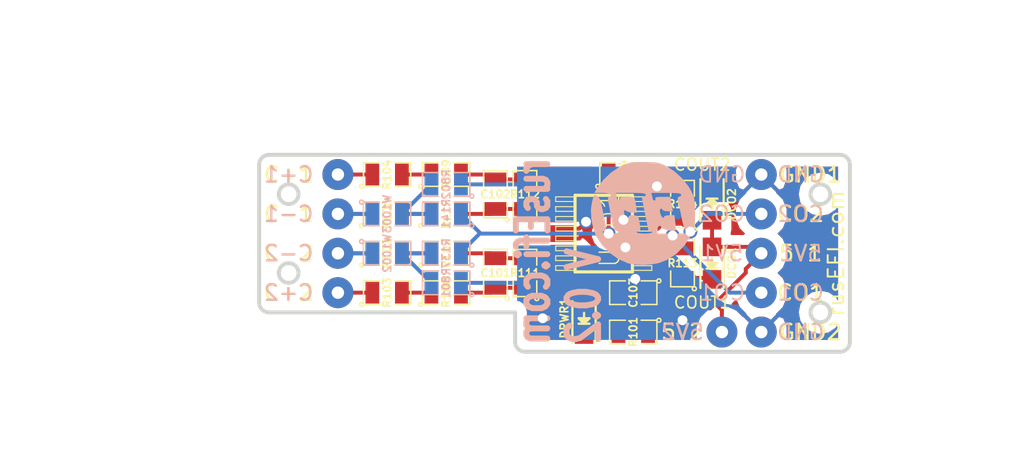
<source format=kicad_pcb>
(kicad_pcb (version 20221018) (generator pcbnew)
  (title_block (title "VR board") (date "2018-12-15") (rev "R0.2") (company "rusEFI by DAECU"))
  (layers (0 "F.Cu" signal) (31 "B.Cu" signal) (34 "B.Paste" user) (35 "F.Paste" user) (36 "B.SilkS" user "B.Silkscreen") (37 "F.SilkS" user "F.Silkscreen") (38 "B.Mask" user) (39 "F.Mask" user) (44 "Edge.Cuts" user))
  (net 0 "")
  (net 1 "/5V")
  (net 2 "/CAM+")
  (net 3 "/CAM-")
  (net 4 "/CRK2+")
  (net 5 "/CRK2-")
  (net 6 "GND")
  (net 7 "Net-(C101-Pad1)")
  (net 8 "Net-(C101-Pad2)")
  (net 9 "Net-(C102-Pad1)")
  (net 10 "Net-(C102-Pad2)")
  (net 11 "Net-(R102-Pad2)")
  (net 12 "Net-(R103-Pad2)")
  (net 13 "Net-(R104-Pad2)")
  (net 14 "Net-(R106-Pad2)")
  (net 15 "Net-(R137-Pad2)")
  (net 16 "Net-(R141-Pad2)")
  (net 17 "/Cout2")
  (net 18 "/Cout1")
  (net 19 "Net-(DCO1-Pad1)")
  (net 20 "Net-(DCO2-Pad1)")
  (net 21 "Net-(DPWR1-Pad1)")
  (footprint "SM0805" (layer "F.Cu") (at 203.2 125.73 90)
    (fp_text reference "C101" (at 0 0 180) (layer "F.SilkS") (effects (font (size 0.50038 0.50038) (thickness 0.10922))))
    (fp_text value "1000pF" hide)
    (pad "1" smd rect (at -0.9525 0 90) (size 0.889 1.397) (layers "F.Cu" "F.Paste" "F.Mask") (net 7 "Net-(C101-Pad1)"))
    (pad "2" smd rect (at 0.9525 0 90) (size 0.889 1.397) (layers "F.Cu" "F.Paste" "F.Mask") (net 8 "Net-(C101-Pad2)"))
  )
  (footprint "SM0805" (layer "F.Cu") (at 203.2 120.65 90)
    (fp_text reference "C102" (at 0 0 180) (layer "F.SilkS") (effects (font (size 0.50038 0.50038) (thickness 0.10922))))
    (fp_text value "1000pF" hide)
    (pad "1" smd rect (at -0.9525 0 90) (size 0.889 1.397) (layers "F.Cu" "F.Paste" "F.Mask") (net 9 "Net-(C102-Pad1)"))
    (pad "2" smd rect (at 0.9525 0 90) (size 0.889 1.397) (layers "F.Cu" "F.Paste" "F.Mask") (net 10 "Net-(C102-Pad2)"))
  )
  (footprint "SM0805" (layer "F.Cu") (at 212.09 127 180)
    (fp_text reference "C103" (at 0 0 270) (layer "F.SilkS") (effects (font (size 0.50038 0.50038) (thickness 0.10922))))
    (fp_text value "10uF" hide)
    (pad "1" smd rect (at -0.9525 0 180) (size 0.889 1.397) (layers "F.Cu" "F.Paste" "F.Mask") (net 6 "GND"))
    (pad "2" smd rect (at 0.9525 0 180) (size 0.889 1.397) (layers "F.Cu" "F.Paste" "F.Mask") (net 1 "/5V"))
  )
  (footprint "SM0805" (layer "F.Cu") (at 211.455 119.38)
    (fp_text reference "C104" (at 0 0 90) (layer "F.SilkS") (effects (font (size 0.50038 0.50038) (thickness 0.10922))))
    (fp_text value "0.1uF" hide)
    (pad "1" smd rect (at -0.9525 0) (size 0.889 1.397) (layers "F.Cu" "F.Paste" "F.Mask") (net 1 "/5V"))
    (pad "2" smd rect (at 0.9525 0) (size 0.889 1.397) (layers "F.Cu" "F.Paste" "F.Mask") (net 6 "GND"))
  )
  (footprint "SM0805" (layer "F.Cu") (at 196.215 127)
    (fp_text reference "R103" (at 0 0 90) (layer "F.SilkS") (effects (font (size 0.50038 0.50038) (thickness 0.10922))))
    (fp_text value "5k" hide)
    (pad "1" smd rect (at -0.9525 0) (size 0.889 1.397) (layers "F.Cu" "F.Paste" "F.Mask") (net 4 "/CRK2+"))
    (pad "2" smd rect (at 0.9525 0) (size 0.889 1.397) (layers "F.Cu" "F.Paste" "F.Mask") (net 12 "Net-(R103-Pad2)"))
  )
  (footprint "SM0805" (layer "F.Cu") (at 196.215 119.38)
    (fp_text reference "R104" (at 0 0 90) (layer "F.SilkS") (effects (font (size 0.50038 0.50038) (thickness 0.10922))))
    (fp_text value "5k" hide)
    (pad "1" smd rect (at -0.9525 0) (size 0.889 1.397) (layers "F.Cu" "F.Paste" "F.Mask") (net 2 "/CAM+"))
    (pad "2" smd rect (at 0.9525 0) (size 0.889 1.397) (layers "F.Cu" "F.Paste" "F.Mask") (net 13 "Net-(R104-Pad2)"))
  )
  (footprint "SM0805" (layer "F.Cu") (at 196.215 121.92)
    (fp_text reference "R106" (at 0 0 90) (layer "F.SilkS") (effects (font (size 0.50038 0.50038) (thickness 0.10922))))
    (fp_text value "5k" hide)
    (pad "1" smd rect (at -0.9525 0) (size 0.889 1.397) (layers "F.Cu" "F.Paste" "F.Mask") (net 3 "/CAM-"))
    (pad "2" smd rect (at 0.9525 0) (size 0.889 1.397) (layers "F.Cu" "F.Paste" "F.Mask") (net 14 "Net-(R106-Pad2)"))
  )
  (footprint "SM0805" (layer "F.Cu") (at 200.025 124.46)
    (fp_text reference "R107" (at 0 0 90) (layer "F.SilkS") (effects (font (size 0.50038 0.50038) (thickness 0.10922))))
    (fp_text value "5k" hide)
    (pad "1" smd rect (at -0.9525 0) (size 0.889 1.397) (layers "F.Cu" "F.Paste" "F.Mask") (net 11 "Net-(R102-Pad2)"))
    (pad "2" smd rect (at 0.9525 0) (size 0.889 1.397) (layers "F.Cu" "F.Paste" "F.Mask") (net 8 "Net-(C101-Pad2)"))
  )
  (footprint "SM0805" (layer "F.Cu") (at 200.025 127)
    (fp_text reference "R108" (at 0 0 90) (layer "F.SilkS") (effects (font (size 0.50038 0.50038) (thickness 0.10922))))
    (fp_text value "5k" hide)
    (pad "1" smd rect (at -0.9525 0) (size 0.889 1.397) (layers "F.Cu" "F.Paste" "F.Mask") (net 12 "Net-(R103-Pad2)"))
    (pad "2" smd rect (at 0.9525 0) (size 0.889 1.397) (layers "F.Cu" "F.Paste" "F.Mask") (net 7 "Net-(C101-Pad1)"))
  )
  (footprint "SM0805" (layer "F.Cu") (at 200.025 119.38)
    (fp_text reference "R109" (at 0 0 90) (layer "F.SilkS") (effects (font (size 0.50038 0.50038) (thickness 0.10922))))
    (fp_text value "5k" hide)
    (pad "1" smd rect (at -0.9525 0) (size 0.889 1.397) (layers "F.Cu" "F.Paste" "F.Mask") (net 13 "Net-(R104-Pad2)"))
    (pad "2" smd rect (at 0.9525 0) (size 0.889 1.397) (layers "F.Cu" "F.Paste" "F.Mask") (net 10 "Net-(C102-Pad2)"))
  )
  (footprint "SM0805" (layer "F.Cu") (at 200.025 121.92)
    (fp_text reference "R110" (at 0 0 90) (layer "F.SilkS") (effects (font (size 0.50038 0.50038) (thickness 0.10922))))
    (fp_text value "5k" hide)
    (pad "1" smd rect (at -0.9525 0) (size 0.889 1.397) (layers "F.Cu" "F.Paste" "F.Mask") (net 14 "Net-(R106-Pad2)"))
    (pad "2" smd rect (at 0.9525 0) (size 0.889 1.397) (layers "F.Cu" "F.Paste" "F.Mask") (net 9 "Net-(C102-Pad1)"))
  )
  (footprint "SM0805" (layer "F.Cu") (at 205.105 120.65 90)
    (fp_text reference "R112" (at 0 0 180) (layer "F.SilkS") (effects (font (size 0.50038 0.50038) (thickness 0.10922))))
    (fp_text value "5k" hide)
    (pad "1" smd rect (at -0.9525 0 90) (size 0.889 1.397) (layers "F.Cu" "F.Paste" "F.Mask") (net 9 "Net-(C102-Pad1)"))
    (pad "2" smd rect (at 0.9525 0 90) (size 0.889 1.397) (layers "F.Cu" "F.Paste" "F.Mask") (net 10 "Net-(C102-Pad2)"))
  )
  (footprint "SM0805" (layer "F.Cu") (at 215.265 121.285 90)
    (fp_text reference "R114" (at 0 0 180) (layer "F.SilkS") (effects (font (size 0.50038 0.50038) (thickness 0.10922))))
    (fp_text value "10k" hide)
    (pad "1" smd rect (at -0.9525 0 90) (size 0.889 1.397) (layers "F.Cu" "F.Paste" "F.Mask") (net 17 "/Cout2"))
    (pad "2" smd rect (at 0.9525 0 90) (size 0.889 1.397) (layers "F.Cu" "F.Paste" "F.Mask") (net 20 "Net-(DCO2-Pad1)"))
  )
  (footprint "maxim-10-QSOP16" (layer "F.Cu") (at 210.185 123.19 90)
    (fp_text reference "U101" (at 0.254 0.381 90) (layer "F.SilkS") (effects (font (size 1.27 1.27) (thickness 0.0889))))
    (fp_text value "MAX9926/9927" hide)
    (pad "1" smd rect (at -2.2225 2.68986 90) (size 0.44958 1.4986) (layers "F.Cu" "F.Paste" "F.Mask") (net 6 "GND"))
    (pad "2" smd rect (at -1.5875 2.68986 90) (size 0.44958 1.4986) (layers "F.Cu" "F.Paste" "F.Mask"))
    (pad "3" smd rect (at -0.9525 2.68986 90) (size 0.44958 1.4986) (layers "F.Cu" "F.Paste" "F.Mask") (net 6 "GND"))
    (pad "4" smd rect (at -0.3175 2.68986 90) (size 0.44958 1.4986) (layers "F.Cu" "F.Paste" "F.Mask") (net 18 "/Cout1"))
    (pad "5" smd rect (at 0.3175 2.68986 90) (size 0.44958 1.4986) (layers "F.Cu" "F.Paste" "F.Mask") (net 17 "/Cout2"))
    (pad "6" smd rect (at 0.9525 2.68986 90) (size 0.44958 1.4986) (layers "F.Cu" "F.Paste" "F.Mask") (net 6 "GND"))
    (pad "7" smd rect (at 1.5875 2.68986 90) (size 0.44958 1.4986) (layers "F.Cu" "F.Paste" "F.Mask"))
    (pad "8" smd rect (at 2.2225 2.68986 90) (size 0.44958 1.4986) (layers "F.Cu" "F.Paste" "F.Mask") (net 6 "GND"))
    (pad "9" smd rect (at 2.2225 -2.68986 90) (size 0.44958 1.4986) (layers "F.Cu" "F.Paste" "F.Mask") (net 10 "Net-(C102-Pad2)"))
    (pad "10" smd rect (at 1.5875 -2.68986 90) (size 0.44958 1.4986) (layers "F.Cu" "F.Paste" "F.Mask") (net 9 "Net-(C102-Pad1)"))
    (pad "11" smd rect (at 0.9525 -2.68986 90) (size 0.44958 1.4986) (layers "F.Cu" "F.Paste" "F.Mask") (net 6 "GND"))
    (pad "12" smd rect (at 0.3175 -2.68986 90) (size 0.44958 1.4986) (layers "F.Cu" "F.Paste" "F.Mask") (net 6 "GND"))
    (pad "13" smd rect (at -0.3175 -2.68986 90) (size 0.44958 1.4986) (layers "F.Cu" "F.Paste" "F.Mask") (net 6 "GND"))
    (pad "14" smd rect (at -0.9525 -2.68986 90) (size 0.44958 1.4986) (layers "F.Cu" "F.Paste" "F.Mask") (net 1 "/5V"))
    (pad "15" smd rect (at -1.5875 -2.68986 90) (size 0.44958 1.4986) (layers "F.Cu" "F.Paste" "F.Mask") (net 8 "Net-(C101-Pad2)"))
    (pad "16" smd rect (at -2.2225 -2.68986 90) (size 0.44958 1.4986) (layers "F.Cu" "F.Paste" "F.Mask") (net 7 "Net-(C101-Pad1)"))
  )
  (footprint "SM0805" (layer "F.Cu") (at 196.215 124.46)
    (fp_text reference "R102" (at 0 0 90) (layer "F.SilkS") (effects (font (size 0.50038 0.50038) (thickness 0.10922))))
    (fp_text value "5k" hide)
    (pad "1" smd rect (at -0.9525 0) (size 0.889 1.397) (layers "F.Cu" "F.Paste" "F.Mask") (net 5 "/CRK2-"))
    (pad "2" smd rect (at 0.9525 0) (size 0.889 1.397) (layers "F.Cu" "F.Paste" "F.Mask") (net 11 "Net-(R102-Pad2)"))
  )
  (footprint "SM0805" (layer "F.Cu") (at 205.105 125.73 90)
    (fp_text reference "R111" (at 0 0 180) (layer "F.SilkS") (effects (font (size 0.50038 0.50038) (thickness 0.10922))))
    (fp_text value "5k" hide)
    (pad "1" smd rect (at -0.9525 0 90) (size 0.889 1.397) (layers "F.Cu" "F.Paste" "F.Mask") (net 7 "Net-(C101-Pad1)"))
    (pad "2" smd rect (at 0.9525 0 90) (size 0.889 1.397) (layers "F.Cu" "F.Paste" "F.Mask") (net 8 "Net-(C101-Pad2)"))
  )
  (footprint "SM0805" (layer "F.Cu") (at 215.265 125.095 90)
    (fp_text reference "R113" (at 0 0 180) (layer "F.SilkS") (effects (font (size 0.50038 0.50038) (thickness 0.10922))))
    (fp_text value "10k" hide)
    (pad "1" smd rect (at -0.9525 0 90) (size 0.889 1.397) (layers "F.Cu" "F.Paste" "F.Mask") (net 19 "Net-(DCO1-Pad1)"))
    (pad "2" smd rect (at 0.9525 0 90) (size 0.889 1.397) (layers "F.Cu" "F.Paste" "F.Mask") (net 18 "/Cout1"))
  )
  (footprint "LED_0805" (layer "F.Cu") (at 217.17 125.095 90)
    (fp_text reference "DCO1" (at 0 1.27 90) (layer "F.SilkS") (effects (font (size 0.508 0.508) (thickness 0.10922))))
    (fp_text value "LED-red" hide)
    (pad "1" smd rect (at -1.04902 0 270) (size 1.19888 1.19888) (layers "F.Cu" "F.Paste" "F.Mask") (net 19 "Net-(DCO1-Pad1)"))
    (pad "2" smd rect (at 1.04902 0 270) (size 1.19888 1.19888) (layers "F.Cu" "F.Paste" "F.Mask") (net 1 "/5V"))
  )
  (footprint "LED_0805" (layer "F.Cu") (at 217.17 121.285 -90)
    (fp_text reference "DCO2" (at 0 -1.27 270) (layer "F.SilkS") (effects (font (size 0.508 0.508) (thickness 0.10922))))
    (fp_text value "LED-red" hide)
    (pad "1" smd rect (at -1.04902 0 90) (size 1.19888 1.19888) (layers "F.Cu" "F.Paste" "F.Mask") (net 20 "Net-(DCO2-Pad1)"))
    (pad "2" smd rect (at 1.04902 0 90) (size 1.19888 1.19888) (layers "F.Cu" "F.Paste" "F.Mask") (net 1 "/5V"))
  )
  (footprint "SM0805" (layer "F.Cu") (at 212.09 129.54 180)
    (fp_text reference "R101" (at 0 0 270) (layer "F.SilkS") (effects (font (size 0.50038 0.50038) (thickness 0.10922))))
    (fp_text value "10k" hide)
    (pad "1" smd rect (at -0.9525 0 180) (size 0.889 1.397) (layers "F.Cu" "F.Paste" "F.Mask") (net 6 "GND"))
    (pad "2" smd rect (at 0.9525 0 180) (size 0.889 1.397) (layers "F.Cu" "F.Paste" "F.Mask") (net 21 "Net-(DPWR1-Pad1)"))
  )
  (footprint "LED_0805" (layer "F.Cu") (at 208.915 128.651 90)
    (fp_text reference "DPWR1" (at 0 -1.27 90) (layer "F.SilkS") (effects (font (size 0.508 0.508) (thickness 0.10922))))
    (fp_text value "LED-red" hide)
    (pad "1" smd rect (at -1.04902 0 270) (size 1.19888 1.19888) (layers "F.Cu" "F.Paste" "F.Mask") (net 21 "Net-(DPWR1-Pad1)"))
    (pad "2" smd rect (at 1.04902 0 270) (size 1.19888 1.19888) (layers "F.Cu" "F.Paste" "F.Mask") (net 1 "/5V"))
  )
  (footprint "Wire_Pads:SolderWirePad_single_0-8mmDrill" (layer "F.Cu") (at 220.345 124.46)
    (fp_text reference "5V1" (at 2.54 0) (layer "F.SilkS"))
    (fp_text value "CONN_01X01" hide)
    (pad "1" thru_hole circle (at 0 0) (size 1.99898 1.99898) (drill 0.8001) (layers "*.Cu" "*.Mask") (net 1 "/5V"))
  )
  (footprint "Wire_Pads:SolderWirePad_single_0-8mmDrill" (layer "F.Cu") (at 217.805 129.54 180)
    (fp_text reference "5V2" (at 2.54 0 180) (layer "F.SilkS"))
    (fp_text value "CONN_01X01" hide)
    (pad "1" thru_hole circle (at 0 0 180) (size 1.99898 1.99898) (drill 0.8001) (layers "*.Cu" "*.Mask") (net 1 "/5V"))
  )
  (footprint "Wire_Pads:SolderWirePad_single_0-8mmDrill" (layer "F.Cu") (at 220.345 119.38)
    (fp_text reference "GND1" (at 3.175 0) (layer "F.SilkS"))
    (fp_text value "CONN_01X01" hide)
    (pad "1" thru_hole circle (at 0 0) (size 1.99898 1.99898) (drill 0.8001) (layers "*.Cu" "*.Mask") (net 6 "GND"))
  )
  (footprint "Wire_Pads:SolderWirePad_single_0-8mmDrill" (layer "F.Cu") (at 220.345 129.54)
    (fp_text reference "GND2" (at 3.175 0) (layer "F.SilkS"))
    (fp_text value "CONN_01X01" hide)
    (pad "1" thru_hole circle (at 0 0) (size 1.99898 1.99898) (drill 0.8001) (layers "*.Cu" "*.Mask") (net 6 "GND"))
  )
  (footprint "Wire_Pads:SolderWirePad_single_0-8mmDrill" (layer "F.Cu") (at 220.345 127)
    (fp_text reference "CO1" (at 2.54 0) (layer "F.SilkS"))
    (fp_text value "CONN_01X01" hide)
    (pad "1" thru_hole circle (at 0 0) (size 1.99898 1.99898) (drill 0.8001) (layers "*.Cu" "*.Mask") (net 18 "/Cout1"))
  )
  (footprint "Wire_Pads:SolderWirePad_single_0-8mmDrill" (layer "F.Cu") (at 220.345 121.92)
    (fp_text reference "CO2" (at 2.54 0) (layer "F.SilkS"))
    (fp_text value "CONN_01X01" hide)
    (pad "1" thru_hole circle (at 0 0) (size 1.99898 1.99898) (drill 0.8001) (layers "*.Cu" "*.Mask") (net 17 "/Cout2"))
  )
  (footprint "SM0805" (layer "B.Cu") (at 200.025 124.46 180)
    (fp_text reference "R137" (at 0 0 90) (layer "B.SilkS") (effects (font (size 0.50038 0.50038) (thickness 0.10922)) (justify mirror)))
    (fp_text value "1K" hide)
    (pad "1" smd rect (at -0.9525 0 180) (size 0.889 1.397) (layers "B.Cu" "B.Paste" "B.Mask") (net 1 "/5V"))
    (pad "2" smd rect (at 0.9525 0 180) (size 0.889 1.397) (layers "B.Cu" "B.Paste" "B.Mask") (net 15 "Net-(R137-Pad2)"))
  )
  (footprint "SM0805" (layer "B.Cu") (at 200.025 121.92 180)
    (fp_text reference "R141" (at 0 0 90) (layer "B.SilkS") (effects (font (size 0.50038 0.50038) (thickness 0.10922)) (justify mirror)))
    (fp_text value "1K" hide)
    (pad "1" smd rect (at -0.9525 0 180) (size 0.889 1.397) (layers "B.Cu" "B.Paste" "B.Mask") (net 1 "/5V"))
    (pad "2" smd rect (at 0.9525 0 180) (size 0.889 1.397) (layers "B.Cu" "B.Paste" "B.Mask") (net 16 "Net-(R141-Pad2)"))
  )
  (footprint "SM0805" (layer "B.Cu") (at 200.025 126.365 180)
    (fp_text reference "R801" (at 0 0 90) (layer "B.SilkS") (effects (font (size 0.50038 0.50038) (thickness 0.10922)) (justify mirror)))
    (fp_text value "pdwn" hide)
    (pad "1" smd rect (at -0.9525 0 180) (size 0.889 1.397) (layers "B.Cu" "B.Paste" "B.Mask") (net 6 "GND"))
    (pad "2" smd rect (at 0.9525 0 180) (size 0.889 1.397) (layers "B.Cu" "B.Paste" "B.Mask") (net 15 "Net-(R137-Pad2)"))
  )
  (footprint "SM0805" (layer "B.Cu") (at 200.025 120.015 180)
    (fp_text reference "R802" (at 0 0 90) (layer "B.SilkS") (effects (font (size 0.50038 0.50038) (thickness 0.10922)) (justify mirror)))
    (fp_text value "pdwn" hide)
    (pad "1" smd rect (at -0.9525 0 180) (size 0.889 1.397) (layers "B.Cu" "B.Paste" "B.Mask") (net 6 "GND"))
    (pad "2" smd rect (at 0.9525 0 180) (size 0.889 1.397) (layers "B.Cu" "B.Paste" "B.Mask") (net 16 "Net-(R141-Pad2)"))
  )
  (footprint "SM0805" (layer "B.Cu") (at 196.215 124.46)
    (fp_text reference "W1002" (at 0 0 270) (layer "B.SilkS") (effects (font (size 0.50038 0.50038) (thickness 0.10922)) (justify mirror)))
    (fp_text value "JMP" hide)
    (pad "1" smd rect (at -0.9525 0) (size 0.889 1.397) (layers "B.Cu" "B.Paste" "B.Mask") (net 5 "/CRK2-"))
    (pad "2" smd rect (at 0.9525 0) (size 0.889 1.397) (layers "B.Cu" "B.Paste" "B.Mask") (net 15 "Net-(R137-Pad2)"))
  )
  (footprint "SM0805" (layer "B.Cu") (at 196.215 121.92)
    (fp_text reference "W1003" (at 0 0 270) (layer "B.SilkS") (effects (font (size 0.50038 0.50038) (thickness 0.10922)) (justify mirror)))
    (fp_text value "JMP" hide)
    (pad "1" smd rect (at -0.9525 0) (size 0.889 1.397) (layers "B.Cu" "B.Paste" "B.Mask") (net 3 "/CAM-"))
    (pad "2" smd rect (at 0.9525 0) (size 0.889 1.397) (layers "B.Cu" "B.Paste" "B.Mask") (net 16 "Net-(R141-Pad2)"))
  )
  (footprint "Wire_Pads:SolderWirePad_single_0-8mmDrill" (layer "B.Cu") (at 193.04 119.38)
    (fp_text reference "C+1" (at -3.175 0) (layer "B.SilkS") (effects (justify mirror)))
    (fp_text value "CONN_01X01" hide)
    (pad "1" thru_hole circle (at 0 0) (size 1.99898 1.99898) (drill 0.8001) (layers "*.Cu" "*.Mask") (net 2 "/CAM+"))
  )
  (footprint "Wire_Pads:SolderWirePad_single_0-8mmDrill" (layer "B.Cu") (at 193.04 127)
    (fp_text reference "C+2" (at -3.175 0) (layer "B.SilkS") (effects (justify mirror)))
    (fp_text value "CONN_01X01" hide)
    (pad "1" thru_hole circle (at 0 0) (size 1.99898 1.99898) (drill 0.8001) (layers "*.Cu" "*.Mask") (net 4 "/CRK2+"))
  )
  (footprint "Wire_Pads:SolderWirePad_single_0-8mmDrill" (layer "B.Cu") (at 193.04 121.92)
    (fp_text reference "C-1" (at -3.175 0) (layer "B.SilkS") (effects (justify mirror)))
    (fp_text value "CONN_01X01" hide)
    (pad "1" thru_hole circle (at 0 0) (size 1.99898 1.99898) (drill 0.8001) (layers "*.Cu" "*.Mask") (net 3 "/CAM-"))
  )
  (footprint "Wire_Pads:SolderWirePad_single_0-8mmDrill" (layer "B.Cu") (at 193.04 124.46)
    (fp_text reference "C-2" (at -3.175 0) (layer "B.SilkS") (effects (justify mirror)))
    (fp_text value "CONN_01X01" hide)
    (pad "1" thru_hole circle (at 0 0) (size 1.99898 1.99898) (drill 0.8001) (layers "*.Cu" "*.Mask") (net 5 "/CRK2-"))
  )
  (footprint "rusEFI_lib:LOGO_F" (layer "B.Cu") (at 212.725 121.92)
    (fp_text reference "G?" hide)
    (fp_text value "LOGO" hide)
  )
  (gr_circle (center 189.865 125.73) (end 190.5 125.73) (stroke (width 0.254)) (fill none) (layer "Edge.Cuts"))
  (gr_line (start 204.47 130.175) (end 204.47 128.27) (stroke (width 0.254)) (layer "Edge.Cuts"))
  (gr_line (start 187.96 127.635) (end 187.96 118.745) (stroke (width 0.254)) (layer "Edge.Cuts"))
  (gr_circle (center 224.155 120.65) (end 224.155 120.015) (stroke (width 0.254)) (fill none) (layer "Edge.Cuts"))
  (gr_line (start 226.06 130.175) (end 226.06 118.745) (stroke (width 0.254)) (layer "Edge.Cuts"))
  (gr_arc (start 226.06 130.175) (mid 225.874013 130.624013) (end 225.425 130.81) (stroke (width 0.254)) (layer "Edge.Cuts"))
  (gr_arc (start 187.96 118.745) (mid 188.145987 118.295987) (end 188.595 118.11) (stroke (width 0.254)) (layer "Edge.Cuts"))
  (gr_arc (start 188.595 128.27) (mid 188.145987 128.084013) (end 187.96 127.635) (stroke (width 0.254)) (layer "Edge.Cuts"))
  (gr_circle (center 224.155 128.27) (end 224.155 127.635) (stroke (width 0.254)) (fill none) (layer "Edge.Cuts"))
  (gr_line (start 225.425 130.81) (end 205.105 130.81) (stroke (width 0.254)) (layer "Edge.Cuts"))
  (gr_circle (center 189.865 120.65) (end 190.5 120.65) (stroke (width 0.254)) (fill none) (layer "Edge.Cuts"))
  (gr_line (start 188.595 118.11) (end 225.425 118.11) (stroke (width 0.254)) (layer "Edge.Cuts"))
  (gr_arc (start 205.105 130.81) (mid 204.655987 130.624013) (end 204.47 130.175) (stroke (width 0.254)) (layer "Edge.Cuts"))
  (gr_arc (start 225.425 118.11) (mid 225.874013 118.295987) (end 226.06 118.745) (stroke (width 0.254)) (layer "Edge.Cuts"))
  (gr_line (start 204.47 128.27) (end 188.595 128.27) (stroke (width 0.254)) (layer "Edge.Cuts"))
  (gr_text "CO2" (at 217.805 121.92) (layer "B.SilkS") (effects (font (size 1 1) (thickness 0.127)) (justify mirror)))
  (gr_text "GND" (at 222.885 129.54) (layer "B.SilkS") (effects (font (size 1 1) (thickness 0.127)) (justify mirror)))
  (gr_text "5V1" (at 217.805 124.46) (layer "B.SilkS") (effects (font (size 1 1) (thickness 0.127)) (justify mirror)))
  (gr_text "CO1" (at 222.885 127) (layer "B.SilkS") (effects (font (size 1 1) (thickness 0.127)) (justify mirror)))
  (gr_text "CO2" (at 222.885 121.92) (layer "B.SilkS") (effects (font (size 1 1) (thickness 0.127)) (justify mirror)))
  (gr_text "GND" (at 217.805 119.38) (layer "B.SilkS") (effects (font (size 1 1) (thickness 0.127)) (justify mirror)))
  (gr_text "CO1" (at 217.805 127) (layer "B.SilkS") (effects (font (size 1 1) (thickness 0.127)) (justify mirror)))
  (gr_text "5V2" (at 215.265 129.54) (layer "B.SilkS") (effects (font (size 1 1) (thickness 0.127)) (justify mirror)))
  (gr_text "rusEfi.com\n     V 0.2" (at 207.264 124.333 90) (layer "B.SilkS") (effects (font (size 2.032 1.524) (thickness 0.381)) (justify mirror)))
  (gr_text "GND" (at 222.885 119.38) (layer "B.SilkS") (effects (font (size 1 1) (thickness 0.127)) (justify mirror)))
  (gr_text "5V1" (at 222.885 124.46) (layer "B.SilkS") (effects (font (size 1 1) (thickness 0.127)) (justify mirror)))
  (gr_text "COUT1" (at 216.535 127.635) (layer "F.SilkS") (effects (font (size 0.762 0.762) (thickness 0.10922))))
  (gr_text "rusEFI.com" (at 225.171 124.46 90) (layer "F.SilkS") (effects (font (size 1 1) (thickness 0.127))))
  (gr_text "C-1" (at 189.865 121.92) (layer "F.SilkS") (effects (font (size 1 1))))
  (gr_text "C-2" (at 189.865 124.46) (layer "F.SilkS") (effects (font (size 1 1))))
  (gr_text "C+1" (at 189.865 119.38) (layer "F.SilkS") (effects (font (size 1 1))))
  (gr_text "COUT2" (at 216.535 118.745) (layer "F.SilkS") (effects (font (size 0.762 0.762) (thickness 0.10922))))
  (gr_text "C+2" (at 189.865 127) (layer "F.SilkS") (effects (font (size 1 1))))
  (segment (start 210.5025 126.365) (end 211.1375 127) (width 0.254) (layer "F.Cu") (net 1))
  (segment (start 208.4705 124.1425) (end 210.5025 126.1745) (width 0.254) (layer "F.Cu") (net 1))
  (segment (start 210.5025 126.1745) (end 210.5025 126.365) (width 0.254) (layer "F.Cu") (net 1))
  (segment (start 210.5025 123.19) (end 210.5025 126.1745) (width 0.254) (layer "F.Cu") (net 1))
  (segment (start 210.439 127) (end 209.83702 127.60198) (width 0.254) (layer "F.Cu") (net 1))
  (segment (start 209.83702 127.60198) (end 208.915 127.60198) (width 0.254) (layer "F.Cu") (net 1))
  (segment (start 211.886801 128.003301) (end 217.058241 128.003301) (width 0.254) (layer "F.Cu") (net 1))
  (segment (start 211.1375 127) (end 211.1375 127.3175) (width 0.254) (layer "F.Cu") (net 1))
  (segment (start 217.058241 128.003301) (end 217.426542 127.635) (width 0.254) (layer "F.Cu") (net 1))
  (segment (start 211.1375 127.254) (end 211.886801 128.003301) (width 0.254) (layer "F.Cu") (net 1))
  (segment (start 217.426542 127.635) (end 219.345511 125.716031) (width 0.254) (layer "F.Cu") (net 1))
  (segment (start 210.5025 119.38) (end 210.5025 123.19) (width 0.254) (layer "F.Cu") (net 1))
  (segment (start 219.345511 125.459489) (end 220.345 124.46) (width 0.254) (layer "F.Cu") (net 1))
  (segment (start 219.93098 124.04598) (end 220.345 124.46) (width 0.254) (layer "F.Cu") (net 1))
  (segment (start 211.1375 127) (end 211.1375 127.254) (width 0.254) (layer "F.Cu") (net 1))
  (segment (start 207.49514 124.1425) (end 208.4705 124.1425) (width 0.254) (layer "F.Cu") (net 1))
  (segment (start 217.17 122.33402) (end 217.17 124.04598) (width 0.254) (layer "F.Cu") (net 1))
  (segment (start 210.91652 127.22098) (end 211.1375 127) (width 0.254) (layer "F.Cu") (net 1))
  (segment (start 217.805 129.54) (end 217.805 128.126508) (width 0.254) (layer "F.Cu") (net 1))
  (segment (start 217.805 128.126508) (end 217.426542 127.74805) (width 0.254) (layer "F.Cu") (net 1))
  (segment (start 217.17 124.04598) (end 217.39098 124.04598) (width 0.254) (layer "F.Cu") (net 1))
  (segment (start 217.426542 127.74805) (end 217.426542 127.635) (width 0.254) (layer "F.Cu") (net 1))
  (segment (start 219.345511 125.716031) (end 219.345511 125.459489) (width 0.254) (layer "F.Cu") (net 1))
  (segment (start 211.1375 127) (end 210.439 127) (width 0.254) (layer "F.Cu") (net 1))
  (segment (start 217.17 124.04598) (end 219.93098 124.04598) (width 0.254) (layer "F.Cu") (net 1))
  (via (at 210.5025 123.19) (size 0.889) (drill 0.635) (layers "F.Cu" "B.Cu") (net 1))
  (segment (start 202.184 123.19) (end 210.5025 123.19) (width 0.254) (layer "B.Cu") (net 1))
  (segment (start 200.9775 124.3965) (end 202.184 123.19) (width 0.254) (layer "B.Cu") (net 1))
  (segment (start 200.9775 124.3965) (end 200.9775 124.46) (width 0.254) (layer "B.Cu") (net 1))
  (segment (start 202.184 123.1265) (end 200.9775 121.92) (width 0.254) (layer "B.Cu") (net 1))
  (segment (start 202.184 123.19) (end 202.184 123.1265) (width 0.254) (layer "B.Cu") (net 1))
  (segment (start 193.04 119.38) (end 195.2625 119.38) (width 0.254) (layer "F.Cu") (net 2))
  (segment (start 193.04 121.92) (end 195.2625 121.92) (width 0.254) (layer "F.Cu") (net 3))
  (segment (start 195.2625 121.92) (end 193.04 121.92) (width 0.254) (layer "B.Cu") (net 3))
  (segment (start 193.04 127) (end 195.2625 127) (width 0.254) (layer "F.Cu") (net 4))
  (segment (start 193.04 124.46) (end 195.2625 124.46) (width 0.254) (layer "F.Cu") (net 5))
  (segment (start 195.2625 124.46) (end 193.04 124.46) (width 0.254) (layer "B.Cu") (net 5))
  (segment (start 212.852 119.38) (end 213.614 120.142) (width 0.254) (layer "F.Cu") (net 6))
  (segment (start 212.87486 120.88114) (end 213.614 120.142) (width 0.254) (layer "F.Cu") (net 6))
  (segment (start 211.5185 122.2375) (end 211.455 122.301) (width 0.254) (layer "F.Cu") (net 6))
  (segment (start 211.6455 124.1425) (end 211.582 124.079) (width 0.254) (layer "F.Cu") (net 6))
  (segment (start 212.87486 125.45314) (end 212.217 126.111) (width 0.254) (layer "F.Cu") (net 6))
  (segment (start 213.0425 126.9365) (end 212.217 126.111) (width 0.254) (layer "F.Cu") (net 6))
  (segment (start 208.5975 122.8725) (end 209.042 122.428) (width 0.254) (layer "F.Cu") (net 6))
  (segment (start 208.8515 122.2375) (end 209.042 122.428) (width 0.254) (layer "F.Cu") (net 6))
  (segment (start 208.5975 123.5075) (end 209.042 123.063) (width 0.254) (layer "F.Cu") (net 6))
  (segment (start 209.042 123.063) (end 209.042 122.428) (width 0.254) (layer "F.Cu") (net 6))
  (segment (start 214.503 129.54) (end 215.265 128.778) (width 0.254) (layer "F.Cu") (net 6))
  (segment (start 212.87486 125.4125) (end 212.87486 125.45314) (width 0.254) (layer "F.Cu") (net 6))
  (segment (start 212.87486 124.1425) (end 211.6455 124.1425) (width 0.254) (layer "F.Cu") (net 6))
  (segment (start 207.49514 122.2375) (end 208.8515 122.2375) (width 0.254) (layer "F.Cu") (net 6))
  (segment (start 213.0425 127) (end 213.0425 126.9365) (width 0.254) (layer "F.Cu") (net 6))
  (segment (start 208.5975 122.8725) (end 207.49514 122.8725) (width 0.254) (layer "F.Cu") (net 6))
  (segment (start 213.0425 129.54) (end 214.503 129.54) (width 0.254) (layer "F.Cu") (net 6))
  (segment (start 212.4075 119.38) (end 212.852 119.38) (width 0.254) (layer "F.Cu") (net 6))
  (segment (start 212.87486 120.9675) (end 212.87486 120.88114) (width 0.254) (layer "F.Cu") (net 6))
  (segment (start 212.87486 122.2375) (end 211.5185 122.2375) (width 0.254) (layer "F.Cu") (net 6))
  (segment (start 207.49514 123.5075) (end 208.5975 123.5075) (width 0.254) (layer "F.Cu") (net 6))
  (via (at 215.265 128.778) (size 0.889) (drill 0.635) (layers "F.Cu" "B.Cu") (net 6))
  (via (at 212.217 126.111) (size 0.889) (drill 0.635) (layers "F.Cu" "B.Cu") (net 6))
  (via (at 209.042 122.428) (size 0.889) (drill 0.635) (layers "F.Cu" "B.Cu") (net 6))
  (via (at 211.582 124.079) (size 0.889) (drill 0.635) (layers "F.Cu" "B.Cu") (net 6))
  (via (at 211.455 122.301) (size 0.889) (drill 0.635) (layers "F.Cu" "B.Cu") (net 6))
  (via (at 213.614 120.142) (size 0.889) (drill 0.635) (layers "F.Cu" "B.Cu") (net 6))
  (via (at 206.248 128.651) (size 0.889) (drill 0.635) (layers "F.Cu" "B.Cu") (net 6))
  (segment (start 208.788 126.111) (end 206.248 128.651) (width 0.254) (layer "B.Cu") (net 6))
  (segment (start 200.9775 120.015) (end 204.978 120.015) (width 0.254) (layer "B.Cu") (net 6))
  (segment (start 200.9775 126.365) (end 204.851 126.365) (width 0.254) (layer "B.Cu") (net 6))
  (segment (start 212.217 126.111) (end 208.788 126.111) (width 0.254) (layer "B.Cu") (net 6))
  (segment (start 202.8825 127) (end 203.2 126.6825) (width 0.254) (layer "F.Cu") (net 7))
  (segment (start 206.22514 126.6825) (end 207.49514 125.4125) (width 0.254) (layer "F.Cu") (net 7))
  (segment (start 203.2 126.6825) (end 205.105 126.6825) (width 0.254) (layer "F.Cu") (net 7))
  (segment (start 200.9775 127) (end 202.8825 127) (width 0.254) (layer "F.Cu") (net 7))
  (segment (start 205.105 126.6825) (end 206.22514 126.6825) (width 0.254) (layer "F.Cu") (net 7))
  (segment (start 202.8825 124.46) (end 203.2 124.7775) (width 0.254) (layer "F.Cu") (net 8))
  (segment (start 207.49514 124.7775) (end 205.105 124.7775) (width 0.254) (layer "F.Cu") (net 8))
  (segment (start 200.9775 124.46) (end 202.8825 124.46) (width 0.254) (layer "F.Cu") (net 8))
  (segment (start 203.2 124.7775) (end 205.105 124.7775) (width 0.254) (layer "F.Cu") (net 8))
  (segment (start 202.8825 121.92) (end 203.2 121.6025) (width 0.254) (layer "F.Cu") (net 9))
  (segment (start 203.2 121.6025) (end 205.105 121.6025) (width 0.254) (layer "F.Cu") (net 9))
  (segment (start 205.105 121.6025) (end 207.49514 121.6025) (width 0.254) (layer "F.Cu") (net 9))
  (segment (start 200.9775 121.92) (end 202.8825 121.92) (width 0.254) (layer "F.Cu") (net 9))
  (segment (start 202.8825 119.38) (end 203.2 119.6975) (width 0.254) (layer "F.Cu") (net 10))
  (segment (start 206.22514 119.6975) (end 207.49514 120.9675) (width 0.254) (layer "F.Cu") (net 10))
  (segment (start 205.105 119.6975) (end 206.22514 119.6975) (width 0.254) (layer "F.Cu") (net 10))
  (segment (start 203.2 119.6975) (end 205.105 119.6975) (width 0.254) (layer "F.Cu") (net 10))
  (segment (start 200.9775 119.38) (end 202.8825 119.38) (width 0.254) (layer "F.Cu") (net 10))
  (segment (start 197.1675 124.46) (end 199.0725 124.46) (width 0.254) (layer "F.Cu") (net 11))
  (segment (start 197.1675 127) (end 199.0725 127) (width 0.254) (layer "F.Cu") (net 12))
  (segment (start 197.1675 119.38) (end 199.0725 119.38) (width 0.254) (layer "F.Cu") (net 13))
  (segment (start 197.1675 121.92) (end 199.0725 121.92) (width 0.254) (layer "F.Cu") (net 14))
  (segment (start 197.1675 124.46) (end 199.0725 126.365) (width 0.254) (layer "B.Cu") (net 15))
  (segment (start 197.1675 124.46) (end 199.0725 124.46) (width 0.254) (layer "B.Cu") (net 15))
  (segment (start 197.1675 121.92) (end 199.0725 121.92) (width 0.254) (layer "B.Cu") (net 16))
  (segment (start 197.1675 121.92) (end 199.0725 120.015) (width 0.254) (layer "B.Cu") (net 16))
  (segment (start 213.6775 122.8725) (end 214.3125 122.2375) (width 0.254) (layer "F.Cu") (net 17))
  (segment (start 214.3125 122.2375) (end 215.265 122.2375) (width 0.254) (layer "F.Cu") (net 17))
  (segment (start 215.265 122.555) (end 215.773 123.063) (width 0.254) (layer "F.Cu") (net 17))
  (segment (start 215.265 122.2375) (end 215.3285 122.2375) (width 0.254) (layer "F.Cu") (net 17))
  (segment (start 212.87486 122.8725) (end 213.6775 122.8725) (width 0.254) (layer "F.Cu") (net 17))
  (segment (start 215.265 122.2375) (end 215.265 122.555) (width 0.254) (layer "F.Cu") (net 17))
  (via (at 215.773 123.063) (size 0.889) (drill 0.635) (layers "F.Cu" "B.Cu") (net 17))
  (segment (start 215.773 123.063) (end 216.916 121.92) (width 0.254) (layer "B.Cu") (net 17))
  (segment (start 216.916 121.92) (end 220.345 121.92) (width 0.254) (layer "B.Cu") (net 17))
  (segment (start 213.8045 123.5075) (end 214.4395 124.1425) (width 0.254) (layer "F.Cu") (net 18))
  (segment (start 214.4395 124.1425) (end 215.265 124.1425) (width 0.254) (layer "F.Cu") (net 18))
  (segment (start 215.265 123.952) (end 214.63 123.317) (width 0.254) (layer "F.Cu") (net 18))
  (segment (start 215.265 124.1425) (end 215.265 123.952) (width 0.254) (layer "F.Cu") (net 18))
  (segment (start 212.87486 123.5075) (end 213.8045 123.5075) (width 0.254) (layer "F.Cu") (net 18))
  (segment (start 215.265 124.1425) (end 214.9475 124.1425) (width 0.254) (layer "F.Cu") (net 18))
  (via (at 214.63 123.317) (size 0.889) (drill 0.635) (layers "F.Cu" "B.Cu") (net 18))
  (segment (start 214.63 123.317) (end 218.313 127) (width 0.254) (layer "B.Cu") (net 18))
  (segment (start 218.313 127) (end 220.345 127) (width 0.254) (layer "B.Cu") (net 18))
  (segment (start 217.07348 126.0475) (end 217.17 126.14402) (width 0.254) (layer "F.Cu") (net 19))
  (segment (start 215.265 126.0475) (end 217.07348 126.0475) (width 0.254) (layer "F.Cu") (net 19))
  (segment (start 217.07348 120.3325) (end 217.17 120.23598) (width 0.254) (layer "F.Cu") (net 20))
  (segment (start 215.265 120.3325) (end 217.07348 120.3325) (width 0.254) (layer "F.Cu") (net 20))
  (segment (start 210.91652 129.31902) (end 211.1375 129.54) (width 0.254) (layer "F.Cu") (net 21))
  (segment (start 209.07502 129.54) (end 208.915 129.70002) (width 0.254) (layer "F.Cu") (net 21))
  (segment (start 211.1375 129.54) (end 209.07502 129.54) (width 0.254) (layer "F.Cu") (net 21))
  (zone (net 6) (net_name "GND") (layer "F.Cu") (connect_pads (clearance 0.508)) (min_thickness 0.254) (fill yes (thermal_gap 0.508) (thermal_bridge_width 0.508))
    (polygon (pts (xy 228.6 133.35) (xy 204.47 133.35) (xy 204.47 115.57) (xy 228.6 115.57)))
  )
  (zone (net 6) (net_name "GND") (layer "B.Cu") (connect_pads (clearance 0.508)) (min_thickness 0.254) (fill yes (thermal_gap 0.508) (thermal_bridge_width 0.508))
    (polygon (pts (xy 229.87 134.62) (xy 204.47 134.62) (xy 204.47 114.3) (xy 229.87 114.3)))
  )
)
</source>
